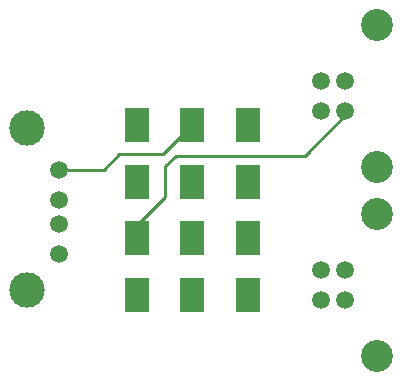
<source format=gbr>
G04 #@! TF.FileFunction,Copper,L1,Top,Signal*
%FSLAX46Y46*%
G04 Gerber Fmt 4.6, Leading zero omitted, Abs format (unit mm)*
G04 Created by KiCad (PCBNEW 4.0.7) date Tue May  5 03:45:28 2020*
%MOMM*%
%LPD*%
G01*
G04 APERTURE LIST*
%ADD10C,0.100000*%
%ADD11C,1.520000*%
%ADD12C,2.700000*%
%ADD13C,1.500000*%
%ADD14C,3.000000*%
%ADD15R,2.000000X3.000000*%
%ADD16C,0.250000*%
G04 APERTURE END LIST*
D10*
D11*
X138700000Y-113140000D03*
X138700000Y-110600000D03*
X140700000Y-110600000D03*
X140700000Y-113140000D03*
D12*
X143400000Y-117870000D03*
X143400000Y-105870000D03*
D13*
X116500000Y-109210000D03*
X116500000Y-106670000D03*
X116500000Y-104640000D03*
X116500000Y-102100000D03*
D14*
X113830000Y-112260000D03*
X113830000Y-98540000D03*
D11*
X138700000Y-97140000D03*
X138700000Y-94600000D03*
X140700000Y-94600000D03*
X140700000Y-97140000D03*
D12*
X143400000Y-101870000D03*
X143400000Y-89870000D03*
D15*
X123100000Y-112700000D03*
X123100000Y-107900000D03*
X123100000Y-98300000D03*
X123100000Y-103100000D03*
X127800000Y-103100000D03*
X127800000Y-98300000D03*
X127800000Y-107900000D03*
X127800000Y-112700000D03*
X132500000Y-112700000D03*
X132500000Y-107900000D03*
X132500000Y-98300000D03*
X132500000Y-103100000D03*
D16*
X116500000Y-102100000D02*
X120300000Y-102100000D01*
X125300000Y-100800000D02*
X127800000Y-98300000D01*
X121600000Y-100800000D02*
X125300000Y-100800000D01*
X120300000Y-102100000D02*
X121600000Y-100800000D01*
X140700000Y-97140000D02*
X140700000Y-97500000D01*
X140700000Y-97500000D02*
X137300000Y-100900000D01*
X125500000Y-104400000D02*
X123100000Y-106800000D01*
X125500000Y-101800000D02*
X125500000Y-104400000D01*
X126400000Y-100900000D02*
X125500000Y-101800000D01*
X137300000Y-100900000D02*
X126400000Y-100900000D01*
M02*

</source>
